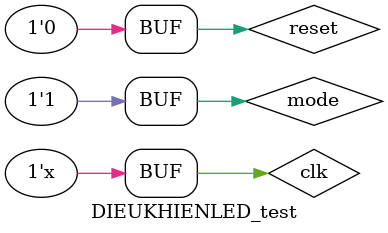
<source format=v>
`timescale 1ns / 1ps


module DIEUKHIENLED_test;

	// Inputs
	reg clk;
	reg reset;
	reg mode;

	// Outputs
	wire [7:0] out;

	// Instantiate the Unit Under Test (UUT)
	dkledsangtatdan uut (
		.clk(clk), 
		.reset(reset), 
		.mode(mode), 
		.out(out)
	);
always
begin
#10;clk=~clk;
end
	initial begin
		// Initialize Inputs
		clk = 0;
		mode = 1;
		reset = 0;
		#10;
		reset = 1;
		#30;
		reset = 0;
		#30;
		

		// Wait 100 ns for global reset to finish
		#1000;
        
		// Add stimulus here

	end
      
endmodule


</source>
